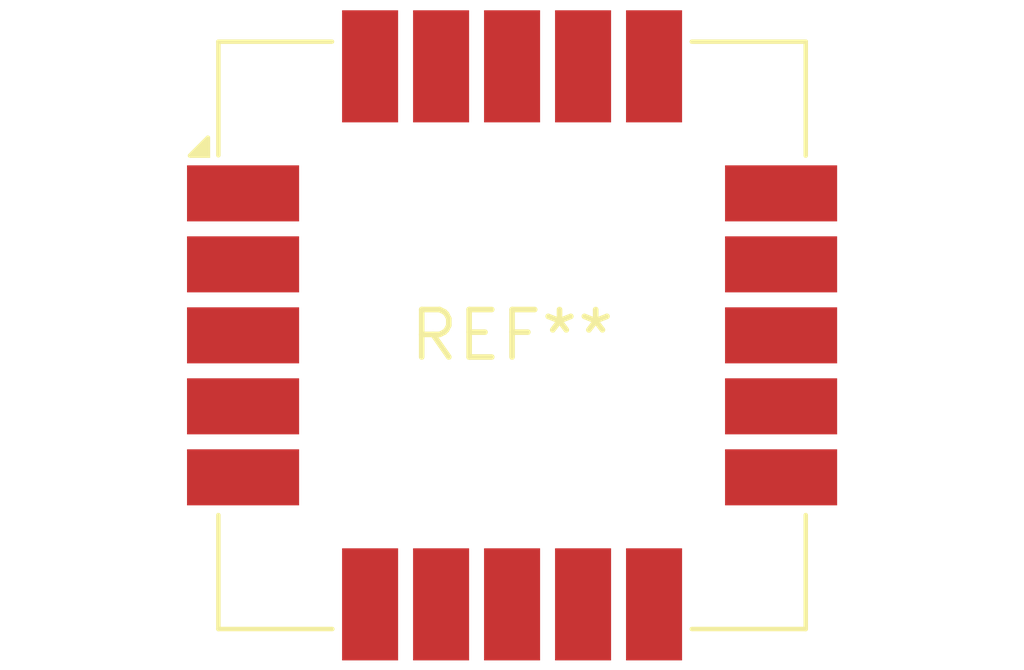
<source format=kicad_pcb>
(kicad_pcb (version 20240108) (generator pcbnew)
  (layers (0 "F.Cu" signal) (31 "B.Cu" signal) (34 "B.Paste" user) (35 "F.Paste" user) (36 "B.SilkS" user "B.Silkscreen") (37 "F.SilkS" user "F.Silkscreen") (38 "B.Mask" user) (39 "F.Mask" user) (44 "Edge.Cuts" user))
  (net 0 "")
  (footprint "ublox_SAM-M8Q_HandSolder" (layer "F.Cu") (at 0 0)
    (property "Reference" "REF**")
    (property "Value" "ublox_SAM-M8Q_HandSolder")
    (fp_line (start -7.86 -7.86) (end -7.86 -4.82) (layer "F.SilkS") (stroke (width 0.12)))
    (fp_line (start -7.86 4.81) (end -7.86 7.86) (layer "F.SilkS") (stroke (width 0.12)))
    (fp_line (start -7.86 7.86) (end -4.81 7.86) (layer "F.SilkS") (stroke (width 0.12)))
    (fp_line (start -4.82 -7.86) (end -7.86 -7.86) (layer "F.SilkS") (stroke (width 0.12)))
    (fp_line (start 4.81 -7.86) (end 7.86 -7.86) (layer "F.SilkS") (stroke (width 0.12)))
    (fp_line (start 4.81 7.86) (end 7.86 7.86) (layer "F.SilkS") (stroke (width 0.12)))
    (fp_line (start 7.86 -7.86) (end 7.86 -4.81) (layer "F.SilkS") (stroke (width 0.12)))
    (fp_line (start 7.86 4.81) (end 7.86 7.86) (layer "F.SilkS") (stroke (width 0.12)))
    (fp_poly (pts (xy -8.14 -4.81) (xy -8.14 -5.29) (xy -8.62 -4.81)) (layer "F.SilkS") (stroke (width 0.12)) (fill solid))
    (pad "1" smd rect (at -7.2 -3.8) (size 3 1.5) (layers "F.Cu" "F.Paste" "F.Mask"))
    (pad "2" smd rect (at -7.2 -1.9) (size 3 1.5) (layers "F.Cu" "F.Paste" "F.Mask"))
    (pad "3" smd rect (at -7.2 0) (size 3 1.5) (layers "F.Cu" "F.Paste" "F.Mask"))
    (pad "4" smd rect (at -7.2 1.9) (size 3 1.5) (layers "F.Cu" "F.Paste" "F.Mask"))
    (pad "5" smd rect (at -7.2 3.8) (size 3 1.5) (layers "F.Cu" "F.Paste" "F.Mask"))
    (pad "6" smd rect (at -3.8 7.2) (size 1.5 3) (layers "F.Cu" "F.Paste" "F.Mask"))
    (pad "7" smd rect (at -1.9 7.2) (size 1.5 3) (layers "F.Cu" "F.Paste" "F.Mask"))
    (pad "8" smd rect (at 0 7.2) (size 1.5 3) (layers "F.Cu" "F.Paste" "F.Mask"))
    (pad "9" smd rect (at 1.9 7.2) (size 1.5 3) (layers "F.Cu" "F.Paste" "F.Mask"))
    (pad "10" smd rect (at 3.8 7.2) (size 1.5 3) (layers "F.Cu" "F.Paste" "F.Mask"))
    (pad "11" smd rect (at 7.2 3.8) (size 3 1.5) (layers "F.Cu" "F.Paste" "F.Mask"))
    (pad "12" smd rect (at 7.2 1.9) (size 3 1.5) (layers "F.Cu" "F.Paste" "F.Mask"))
    (pad "13" smd rect (at 7.2 0) (size 3 1.5) (layers "F.Cu" "F.Paste" "F.Mask"))
    (pad "14" smd rect (at 7.2 -1.9) (size 3 1.5) (layers "F.Cu" "F.Paste" "F.Mask"))
    (pad "15" smd rect (at 7.2 -3.8) (size 3 1.5) (layers "F.Cu" "F.Paste" "F.Mask"))
    (pad "16" smd rect (at 3.8 -7.2) (size 1.5 3) (layers "F.Cu" "F.Paste" "F.Mask"))
    (pad "17" smd rect (at 1.9 -7.2) (size 1.5 3) (layers "F.Cu" "F.Paste" "F.Mask"))
    (pad "18" smd rect (at 0 -7.2) (size 1.5 3) (layers "F.Cu" "F.Paste" "F.Mask"))
    (pad "19" smd rect (at -1.9 -7.2) (size 1.5 3) (layers "F.Cu" "F.Paste" "F.Mask"))
    (pad "20" smd rect (at -3.8 -7.2) (size 1.5 3) (layers "F.Cu" "F.Paste" "F.Mask"))
  )
)
</source>
